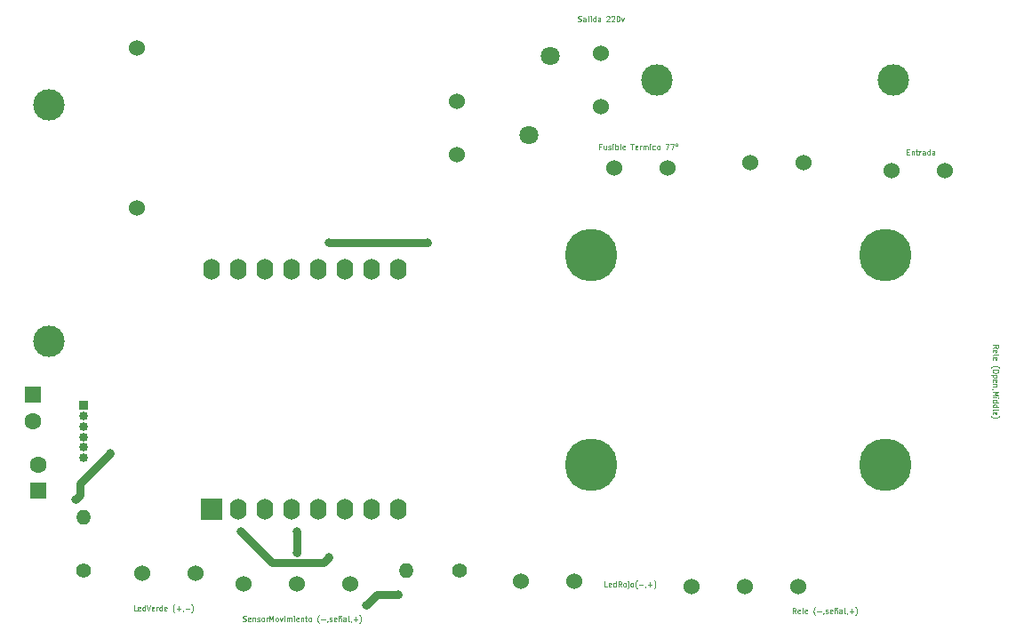
<source format=gbr>
G04 #@! TF.GenerationSoftware,KiCad,Pcbnew,5.1.5+dfsg1-2build2*
G04 #@! TF.CreationDate,2020-05-08T19:42:09+02:00*
G04 #@! TF.ProjectId,sm,736d2e6b-6963-4616-945f-706362585858,rev?*
G04 #@! TF.SameCoordinates,Original*
G04 #@! TF.FileFunction,Copper,L1,Top*
G04 #@! TF.FilePolarity,Positive*
%FSLAX46Y46*%
G04 Gerber Fmt 4.6, Leading zero omitted, Abs format (unit mm)*
G04 Created by KiCad (PCBNEW 5.1.5+dfsg1-2build2) date 2020-05-08 19:42:09*
%MOMM*%
%LPD*%
G04 APERTURE LIST*
%ADD10C,0.125000*%
%ADD11C,5.000000*%
%ADD12O,0.850000X0.850000*%
%ADD13R,0.850000X0.850000*%
%ADD14C,1.524000*%
%ADD15O,1.600000X2.000000*%
%ADD16R,2.000000X2.000000*%
%ADD17C,1.800000*%
%ADD18O,1.400000X1.400000*%
%ADD19C,1.400000*%
%ADD20C,3.000000*%
%ADD21C,1.600000*%
%ADD22R,1.600000X1.600000*%
%ADD23C,0.800000*%
%ADD24C,0.750000*%
G04 APERTURE END LIST*
D10*
X185960190Y-74640285D02*
X185793523Y-74640285D01*
X185793523Y-74902190D02*
X185793523Y-74402190D01*
X186031619Y-74402190D01*
X186436380Y-74568857D02*
X186436380Y-74902190D01*
X186222095Y-74568857D02*
X186222095Y-74830761D01*
X186245904Y-74878380D01*
X186293523Y-74902190D01*
X186364952Y-74902190D01*
X186412571Y-74878380D01*
X186436380Y-74854571D01*
X186650666Y-74878380D02*
X186698285Y-74902190D01*
X186793523Y-74902190D01*
X186841142Y-74878380D01*
X186864952Y-74830761D01*
X186864952Y-74806952D01*
X186841142Y-74759333D01*
X186793523Y-74735523D01*
X186722095Y-74735523D01*
X186674476Y-74711714D01*
X186650666Y-74664095D01*
X186650666Y-74640285D01*
X186674476Y-74592666D01*
X186722095Y-74568857D01*
X186793523Y-74568857D01*
X186841142Y-74592666D01*
X187079238Y-74902190D02*
X187079238Y-74568857D01*
X187079238Y-74402190D02*
X187055428Y-74426000D01*
X187079238Y-74449809D01*
X187103047Y-74426000D01*
X187079238Y-74402190D01*
X187079238Y-74449809D01*
X187317333Y-74902190D02*
X187317333Y-74402190D01*
X187317333Y-74592666D02*
X187364952Y-74568857D01*
X187460190Y-74568857D01*
X187507809Y-74592666D01*
X187531619Y-74616476D01*
X187555428Y-74664095D01*
X187555428Y-74806952D01*
X187531619Y-74854571D01*
X187507809Y-74878380D01*
X187460190Y-74902190D01*
X187364952Y-74902190D01*
X187317333Y-74878380D01*
X187841142Y-74902190D02*
X187793523Y-74878380D01*
X187769714Y-74830761D01*
X187769714Y-74402190D01*
X188222095Y-74878380D02*
X188174476Y-74902190D01*
X188079238Y-74902190D01*
X188031619Y-74878380D01*
X188007809Y-74830761D01*
X188007809Y-74640285D01*
X188031619Y-74592666D01*
X188079238Y-74568857D01*
X188174476Y-74568857D01*
X188222095Y-74592666D01*
X188245904Y-74640285D01*
X188245904Y-74687904D01*
X188007809Y-74735523D01*
X188769714Y-74402190D02*
X189055428Y-74402190D01*
X188912571Y-74902190D02*
X188912571Y-74402190D01*
X189412571Y-74878380D02*
X189364952Y-74902190D01*
X189269714Y-74902190D01*
X189222095Y-74878380D01*
X189198285Y-74830761D01*
X189198285Y-74640285D01*
X189222095Y-74592666D01*
X189269714Y-74568857D01*
X189364952Y-74568857D01*
X189412571Y-74592666D01*
X189436380Y-74640285D01*
X189436380Y-74687904D01*
X189198285Y-74735523D01*
X189650666Y-74902190D02*
X189650666Y-74568857D01*
X189650666Y-74664095D02*
X189674476Y-74616476D01*
X189698285Y-74592666D01*
X189745904Y-74568857D01*
X189793523Y-74568857D01*
X189960190Y-74902190D02*
X189960190Y-74568857D01*
X189960190Y-74616476D02*
X189984000Y-74592666D01*
X190031619Y-74568857D01*
X190103047Y-74568857D01*
X190150666Y-74592666D01*
X190174476Y-74640285D01*
X190174476Y-74902190D01*
X190174476Y-74640285D02*
X190198285Y-74592666D01*
X190245904Y-74568857D01*
X190317333Y-74568857D01*
X190364952Y-74592666D01*
X190388761Y-74640285D01*
X190388761Y-74902190D01*
X190626857Y-74902190D02*
X190626857Y-74568857D01*
X190626857Y-74402190D02*
X190603047Y-74426000D01*
X190626857Y-74449809D01*
X190650666Y-74426000D01*
X190626857Y-74402190D01*
X190626857Y-74449809D01*
X191079238Y-74878380D02*
X191031619Y-74902190D01*
X190936380Y-74902190D01*
X190888761Y-74878380D01*
X190864952Y-74854571D01*
X190841142Y-74806952D01*
X190841142Y-74664095D01*
X190864952Y-74616476D01*
X190888761Y-74592666D01*
X190936380Y-74568857D01*
X191031619Y-74568857D01*
X191079238Y-74592666D01*
X191364952Y-74902190D02*
X191317333Y-74878380D01*
X191293523Y-74854571D01*
X191269714Y-74806952D01*
X191269714Y-74664095D01*
X191293523Y-74616476D01*
X191317333Y-74592666D01*
X191364952Y-74568857D01*
X191436380Y-74568857D01*
X191484000Y-74592666D01*
X191507809Y-74616476D01*
X191531619Y-74664095D01*
X191531619Y-74806952D01*
X191507809Y-74854571D01*
X191484000Y-74878380D01*
X191436380Y-74902190D01*
X191364952Y-74902190D01*
X192079238Y-74402190D02*
X192412571Y-74402190D01*
X192198285Y-74902190D01*
X192555428Y-74402190D02*
X192888761Y-74402190D01*
X192674476Y-74902190D01*
X193103047Y-74592666D02*
X193055428Y-74568857D01*
X193031619Y-74521238D01*
X193031619Y-74426000D01*
X193055428Y-74378380D01*
X193103047Y-74354571D01*
X193150666Y-74354571D01*
X193198285Y-74378380D01*
X193222095Y-74426000D01*
X193222095Y-74521238D01*
X193198285Y-74568857D01*
X193150666Y-74592666D01*
X193103047Y-74592666D01*
X204478285Y-119098190D02*
X204311619Y-118860095D01*
X204192571Y-119098190D02*
X204192571Y-118598190D01*
X204383047Y-118598190D01*
X204430666Y-118622000D01*
X204454476Y-118645809D01*
X204478285Y-118693428D01*
X204478285Y-118764857D01*
X204454476Y-118812476D01*
X204430666Y-118836285D01*
X204383047Y-118860095D01*
X204192571Y-118860095D01*
X204883047Y-119074380D02*
X204835428Y-119098190D01*
X204740190Y-119098190D01*
X204692571Y-119074380D01*
X204668761Y-119026761D01*
X204668761Y-118836285D01*
X204692571Y-118788666D01*
X204740190Y-118764857D01*
X204835428Y-118764857D01*
X204883047Y-118788666D01*
X204906857Y-118836285D01*
X204906857Y-118883904D01*
X204668761Y-118931523D01*
X205192571Y-119098190D02*
X205144952Y-119074380D01*
X205121142Y-119026761D01*
X205121142Y-118598190D01*
X205573523Y-119074380D02*
X205525904Y-119098190D01*
X205430666Y-119098190D01*
X205383047Y-119074380D01*
X205359238Y-119026761D01*
X205359238Y-118836285D01*
X205383047Y-118788666D01*
X205430666Y-118764857D01*
X205525904Y-118764857D01*
X205573523Y-118788666D01*
X205597333Y-118836285D01*
X205597333Y-118883904D01*
X205359238Y-118931523D01*
X206335428Y-119288666D02*
X206311619Y-119264857D01*
X206264000Y-119193428D01*
X206240190Y-119145809D01*
X206216380Y-119074380D01*
X206192571Y-118955333D01*
X206192571Y-118860095D01*
X206216380Y-118741047D01*
X206240190Y-118669619D01*
X206264000Y-118622000D01*
X206311619Y-118550571D01*
X206335428Y-118526761D01*
X206525904Y-118907714D02*
X206906857Y-118907714D01*
X207168761Y-119074380D02*
X207168761Y-119098190D01*
X207144952Y-119145809D01*
X207121142Y-119169619D01*
X207359238Y-119074380D02*
X207406857Y-119098190D01*
X207502095Y-119098190D01*
X207549714Y-119074380D01*
X207573523Y-119026761D01*
X207573523Y-119002952D01*
X207549714Y-118955333D01*
X207502095Y-118931523D01*
X207430666Y-118931523D01*
X207383047Y-118907714D01*
X207359238Y-118860095D01*
X207359238Y-118836285D01*
X207383047Y-118788666D01*
X207430666Y-118764857D01*
X207502095Y-118764857D01*
X207549714Y-118788666D01*
X207978285Y-119074380D02*
X207930666Y-119098190D01*
X207835428Y-119098190D01*
X207787809Y-119074380D01*
X207764000Y-119026761D01*
X207764000Y-118836285D01*
X207787809Y-118788666D01*
X207835428Y-118764857D01*
X207930666Y-118764857D01*
X207978285Y-118788666D01*
X208002095Y-118836285D01*
X208002095Y-118883904D01*
X207764000Y-118931523D01*
X208216380Y-118764857D02*
X208216380Y-119098190D01*
X208216380Y-118812476D02*
X208240190Y-118788666D01*
X208287809Y-118764857D01*
X208359238Y-118764857D01*
X208406857Y-118788666D01*
X208430666Y-118836285D01*
X208430666Y-119098190D01*
X208192571Y-118645809D02*
X208216380Y-118622000D01*
X208264000Y-118598190D01*
X208359238Y-118645809D01*
X208406857Y-118622000D01*
X208430666Y-118598190D01*
X208883047Y-119098190D02*
X208883047Y-118836285D01*
X208859238Y-118788666D01*
X208811619Y-118764857D01*
X208716380Y-118764857D01*
X208668761Y-118788666D01*
X208883047Y-119074380D02*
X208835428Y-119098190D01*
X208716380Y-119098190D01*
X208668761Y-119074380D01*
X208644952Y-119026761D01*
X208644952Y-118979142D01*
X208668761Y-118931523D01*
X208716380Y-118907714D01*
X208835428Y-118907714D01*
X208883047Y-118883904D01*
X209192571Y-119098190D02*
X209144952Y-119074380D01*
X209121142Y-119026761D01*
X209121142Y-118598190D01*
X209406857Y-119074380D02*
X209406857Y-119098190D01*
X209383047Y-119145809D01*
X209359238Y-119169619D01*
X209621142Y-118907714D02*
X210002095Y-118907714D01*
X209811619Y-119098190D02*
X209811619Y-118717238D01*
X210192571Y-119288666D02*
X210216380Y-119264857D01*
X210264000Y-119193428D01*
X210287809Y-119145809D01*
X210311619Y-119074380D01*
X210335428Y-118955333D01*
X210335428Y-118860095D01*
X210311619Y-118741047D01*
X210287809Y-118669619D01*
X210264000Y-118622000D01*
X210216380Y-118550571D01*
X210192571Y-118526761D01*
X215098476Y-75148285D02*
X215265142Y-75148285D01*
X215336571Y-75410190D02*
X215098476Y-75410190D01*
X215098476Y-74910190D01*
X215336571Y-74910190D01*
X215550857Y-75076857D02*
X215550857Y-75410190D01*
X215550857Y-75124476D02*
X215574666Y-75100666D01*
X215622285Y-75076857D01*
X215693714Y-75076857D01*
X215741333Y-75100666D01*
X215765142Y-75148285D01*
X215765142Y-75410190D01*
X215931809Y-75076857D02*
X216122285Y-75076857D01*
X216003238Y-74910190D02*
X216003238Y-75338761D01*
X216027047Y-75386380D01*
X216074666Y-75410190D01*
X216122285Y-75410190D01*
X216288952Y-75410190D02*
X216288952Y-75076857D01*
X216288952Y-75172095D02*
X216312761Y-75124476D01*
X216336571Y-75100666D01*
X216384190Y-75076857D01*
X216431809Y-75076857D01*
X216812761Y-75410190D02*
X216812761Y-75148285D01*
X216788952Y-75100666D01*
X216741333Y-75076857D01*
X216646095Y-75076857D01*
X216598476Y-75100666D01*
X216812761Y-75386380D02*
X216765142Y-75410190D01*
X216646095Y-75410190D01*
X216598476Y-75386380D01*
X216574666Y-75338761D01*
X216574666Y-75291142D01*
X216598476Y-75243523D01*
X216646095Y-75219714D01*
X216765142Y-75219714D01*
X216812761Y-75195904D01*
X217265142Y-75410190D02*
X217265142Y-74910190D01*
X217265142Y-75386380D02*
X217217523Y-75410190D01*
X217122285Y-75410190D01*
X217074666Y-75386380D01*
X217050857Y-75362571D01*
X217027047Y-75314952D01*
X217027047Y-75172095D01*
X217050857Y-75124476D01*
X217074666Y-75100666D01*
X217122285Y-75076857D01*
X217217523Y-75076857D01*
X217265142Y-75100666D01*
X217717523Y-75410190D02*
X217717523Y-75148285D01*
X217693714Y-75100666D01*
X217646095Y-75076857D01*
X217550857Y-75076857D01*
X217503238Y-75100666D01*
X217717523Y-75386380D02*
X217669904Y-75410190D01*
X217550857Y-75410190D01*
X217503238Y-75386380D01*
X217479428Y-75338761D01*
X217479428Y-75291142D01*
X217503238Y-75243523D01*
X217550857Y-75219714D01*
X217669904Y-75219714D01*
X217717523Y-75195904D01*
X223293809Y-93849428D02*
X223531904Y-93682761D01*
X223293809Y-93563714D02*
X223793809Y-93563714D01*
X223793809Y-93754190D01*
X223770000Y-93801809D01*
X223746190Y-93825619D01*
X223698571Y-93849428D01*
X223627142Y-93849428D01*
X223579523Y-93825619D01*
X223555714Y-93801809D01*
X223531904Y-93754190D01*
X223531904Y-93563714D01*
X223317619Y-94254190D02*
X223293809Y-94206571D01*
X223293809Y-94111333D01*
X223317619Y-94063714D01*
X223365238Y-94039904D01*
X223555714Y-94039904D01*
X223603333Y-94063714D01*
X223627142Y-94111333D01*
X223627142Y-94206571D01*
X223603333Y-94254190D01*
X223555714Y-94278000D01*
X223508095Y-94278000D01*
X223460476Y-94039904D01*
X223293809Y-94563714D02*
X223317619Y-94516095D01*
X223365238Y-94492285D01*
X223793809Y-94492285D01*
X223317619Y-94944666D02*
X223293809Y-94897047D01*
X223293809Y-94801809D01*
X223317619Y-94754190D01*
X223365238Y-94730380D01*
X223555714Y-94730380D01*
X223603333Y-94754190D01*
X223627142Y-94801809D01*
X223627142Y-94897047D01*
X223603333Y-94944666D01*
X223555714Y-94968476D01*
X223508095Y-94968476D01*
X223460476Y-94730380D01*
X223103333Y-95706571D02*
X223127142Y-95682761D01*
X223198571Y-95635142D01*
X223246190Y-95611333D01*
X223317619Y-95587523D01*
X223436666Y-95563714D01*
X223531904Y-95563714D01*
X223650952Y-95587523D01*
X223722380Y-95611333D01*
X223770000Y-95635142D01*
X223841428Y-95682761D01*
X223865238Y-95706571D01*
X223793809Y-95992285D02*
X223793809Y-96087523D01*
X223770000Y-96135142D01*
X223722380Y-96182761D01*
X223627142Y-96206571D01*
X223460476Y-96206571D01*
X223365238Y-96182761D01*
X223317619Y-96135142D01*
X223293809Y-96087523D01*
X223293809Y-95992285D01*
X223317619Y-95944666D01*
X223365238Y-95897047D01*
X223460476Y-95873238D01*
X223627142Y-95873238D01*
X223722380Y-95897047D01*
X223770000Y-95944666D01*
X223793809Y-95992285D01*
X223627142Y-96420857D02*
X223127142Y-96420857D01*
X223603333Y-96420857D02*
X223627142Y-96468476D01*
X223627142Y-96563714D01*
X223603333Y-96611333D01*
X223579523Y-96635142D01*
X223531904Y-96658952D01*
X223389047Y-96658952D01*
X223341428Y-96635142D01*
X223317619Y-96611333D01*
X223293809Y-96563714D01*
X223293809Y-96468476D01*
X223317619Y-96420857D01*
X223317619Y-97063714D02*
X223293809Y-97016095D01*
X223293809Y-96920857D01*
X223317619Y-96873238D01*
X223365238Y-96849428D01*
X223555714Y-96849428D01*
X223603333Y-96873238D01*
X223627142Y-96920857D01*
X223627142Y-97016095D01*
X223603333Y-97063714D01*
X223555714Y-97087523D01*
X223508095Y-97087523D01*
X223460476Y-96849428D01*
X223627142Y-97301809D02*
X223293809Y-97301809D01*
X223579523Y-97301809D02*
X223603333Y-97325619D01*
X223627142Y-97373238D01*
X223627142Y-97444666D01*
X223603333Y-97492285D01*
X223555714Y-97516095D01*
X223293809Y-97516095D01*
X223317619Y-97778000D02*
X223293809Y-97778000D01*
X223246190Y-97754190D01*
X223222380Y-97730380D01*
X223293809Y-97992285D02*
X223793809Y-97992285D01*
X223436666Y-98158952D01*
X223793809Y-98325619D01*
X223293809Y-98325619D01*
X223293809Y-98563714D02*
X223627142Y-98563714D01*
X223793809Y-98563714D02*
X223770000Y-98539904D01*
X223746190Y-98563714D01*
X223770000Y-98587523D01*
X223793809Y-98563714D01*
X223746190Y-98563714D01*
X223293809Y-99016095D02*
X223793809Y-99016095D01*
X223317619Y-99016095D02*
X223293809Y-98968476D01*
X223293809Y-98873238D01*
X223317619Y-98825619D01*
X223341428Y-98801809D01*
X223389047Y-98778000D01*
X223531904Y-98778000D01*
X223579523Y-98801809D01*
X223603333Y-98825619D01*
X223627142Y-98873238D01*
X223627142Y-98968476D01*
X223603333Y-99016095D01*
X223293809Y-99468476D02*
X223793809Y-99468476D01*
X223317619Y-99468476D02*
X223293809Y-99420857D01*
X223293809Y-99325619D01*
X223317619Y-99278000D01*
X223341428Y-99254190D01*
X223389047Y-99230380D01*
X223531904Y-99230380D01*
X223579523Y-99254190D01*
X223603333Y-99278000D01*
X223627142Y-99325619D01*
X223627142Y-99420857D01*
X223603333Y-99468476D01*
X223293809Y-99778000D02*
X223317619Y-99730380D01*
X223365238Y-99706571D01*
X223793809Y-99706571D01*
X223317619Y-100158952D02*
X223293809Y-100111333D01*
X223293809Y-100016095D01*
X223317619Y-99968476D01*
X223365238Y-99944666D01*
X223555714Y-99944666D01*
X223603333Y-99968476D01*
X223627142Y-100016095D01*
X223627142Y-100111333D01*
X223603333Y-100158952D01*
X223555714Y-100182761D01*
X223508095Y-100182761D01*
X223460476Y-99944666D01*
X223103333Y-100349428D02*
X223127142Y-100373238D01*
X223198571Y-100420857D01*
X223246190Y-100444666D01*
X223317619Y-100468476D01*
X223436666Y-100492285D01*
X223531904Y-100492285D01*
X223650952Y-100468476D01*
X223722380Y-100444666D01*
X223770000Y-100420857D01*
X223841428Y-100373238D01*
X223865238Y-100349428D01*
X183761333Y-62686380D02*
X183832761Y-62710190D01*
X183951809Y-62710190D01*
X183999428Y-62686380D01*
X184023238Y-62662571D01*
X184047047Y-62614952D01*
X184047047Y-62567333D01*
X184023238Y-62519714D01*
X183999428Y-62495904D01*
X183951809Y-62472095D01*
X183856571Y-62448285D01*
X183808952Y-62424476D01*
X183785142Y-62400666D01*
X183761333Y-62353047D01*
X183761333Y-62305428D01*
X183785142Y-62257809D01*
X183808952Y-62234000D01*
X183856571Y-62210190D01*
X183975619Y-62210190D01*
X184047047Y-62234000D01*
X184475619Y-62710190D02*
X184475619Y-62448285D01*
X184451809Y-62400666D01*
X184404190Y-62376857D01*
X184308952Y-62376857D01*
X184261333Y-62400666D01*
X184475619Y-62686380D02*
X184428000Y-62710190D01*
X184308952Y-62710190D01*
X184261333Y-62686380D01*
X184237523Y-62638761D01*
X184237523Y-62591142D01*
X184261333Y-62543523D01*
X184308952Y-62519714D01*
X184428000Y-62519714D01*
X184475619Y-62495904D01*
X184785142Y-62710190D02*
X184737523Y-62686380D01*
X184713714Y-62638761D01*
X184713714Y-62210190D01*
X184975619Y-62710190D02*
X184975619Y-62376857D01*
X184975619Y-62210190D02*
X184951809Y-62234000D01*
X184975619Y-62257809D01*
X184999428Y-62234000D01*
X184975619Y-62210190D01*
X184975619Y-62257809D01*
X185428000Y-62710190D02*
X185428000Y-62210190D01*
X185428000Y-62686380D02*
X185380380Y-62710190D01*
X185285142Y-62710190D01*
X185237523Y-62686380D01*
X185213714Y-62662571D01*
X185189904Y-62614952D01*
X185189904Y-62472095D01*
X185213714Y-62424476D01*
X185237523Y-62400666D01*
X185285142Y-62376857D01*
X185380380Y-62376857D01*
X185428000Y-62400666D01*
X185880380Y-62710190D02*
X185880380Y-62448285D01*
X185856571Y-62400666D01*
X185808952Y-62376857D01*
X185713714Y-62376857D01*
X185666095Y-62400666D01*
X185880380Y-62686380D02*
X185832761Y-62710190D01*
X185713714Y-62710190D01*
X185666095Y-62686380D01*
X185642285Y-62638761D01*
X185642285Y-62591142D01*
X185666095Y-62543523D01*
X185713714Y-62519714D01*
X185832761Y-62519714D01*
X185880380Y-62495904D01*
X186475619Y-62257809D02*
X186499428Y-62234000D01*
X186547047Y-62210190D01*
X186666095Y-62210190D01*
X186713714Y-62234000D01*
X186737523Y-62257809D01*
X186761333Y-62305428D01*
X186761333Y-62353047D01*
X186737523Y-62424476D01*
X186451809Y-62710190D01*
X186761333Y-62710190D01*
X186951809Y-62257809D02*
X186975619Y-62234000D01*
X187023238Y-62210190D01*
X187142285Y-62210190D01*
X187189904Y-62234000D01*
X187213714Y-62257809D01*
X187237523Y-62305428D01*
X187237523Y-62353047D01*
X187213714Y-62424476D01*
X186928000Y-62710190D01*
X187237523Y-62710190D01*
X187547047Y-62210190D02*
X187594666Y-62210190D01*
X187642285Y-62234000D01*
X187666095Y-62257809D01*
X187689904Y-62305428D01*
X187713714Y-62400666D01*
X187713714Y-62519714D01*
X187689904Y-62614952D01*
X187666095Y-62662571D01*
X187642285Y-62686380D01*
X187594666Y-62710190D01*
X187547047Y-62710190D01*
X187499428Y-62686380D01*
X187475619Y-62662571D01*
X187451809Y-62614952D01*
X187428000Y-62519714D01*
X187428000Y-62400666D01*
X187451809Y-62305428D01*
X187475619Y-62257809D01*
X187499428Y-62234000D01*
X187547047Y-62210190D01*
X187880380Y-62376857D02*
X187999428Y-62710190D01*
X188118476Y-62376857D01*
X186543428Y-116558190D02*
X186305333Y-116558190D01*
X186305333Y-116058190D01*
X186900571Y-116534380D02*
X186852952Y-116558190D01*
X186757714Y-116558190D01*
X186710095Y-116534380D01*
X186686285Y-116486761D01*
X186686285Y-116296285D01*
X186710095Y-116248666D01*
X186757714Y-116224857D01*
X186852952Y-116224857D01*
X186900571Y-116248666D01*
X186924380Y-116296285D01*
X186924380Y-116343904D01*
X186686285Y-116391523D01*
X187352952Y-116558190D02*
X187352952Y-116058190D01*
X187352952Y-116534380D02*
X187305333Y-116558190D01*
X187210095Y-116558190D01*
X187162476Y-116534380D01*
X187138666Y-116510571D01*
X187114857Y-116462952D01*
X187114857Y-116320095D01*
X187138666Y-116272476D01*
X187162476Y-116248666D01*
X187210095Y-116224857D01*
X187305333Y-116224857D01*
X187352952Y-116248666D01*
X187876761Y-116558190D02*
X187710095Y-116320095D01*
X187591047Y-116558190D02*
X187591047Y-116058190D01*
X187781523Y-116058190D01*
X187829142Y-116082000D01*
X187852952Y-116105809D01*
X187876761Y-116153428D01*
X187876761Y-116224857D01*
X187852952Y-116272476D01*
X187829142Y-116296285D01*
X187781523Y-116320095D01*
X187591047Y-116320095D01*
X188162476Y-116558190D02*
X188114857Y-116534380D01*
X188091047Y-116510571D01*
X188067238Y-116462952D01*
X188067238Y-116320095D01*
X188091047Y-116272476D01*
X188114857Y-116248666D01*
X188162476Y-116224857D01*
X188233904Y-116224857D01*
X188281523Y-116248666D01*
X188305333Y-116272476D01*
X188329142Y-116320095D01*
X188329142Y-116462952D01*
X188305333Y-116510571D01*
X188281523Y-116534380D01*
X188233904Y-116558190D01*
X188162476Y-116558190D01*
X188543428Y-116224857D02*
X188543428Y-116653428D01*
X188519619Y-116701047D01*
X188472000Y-116724857D01*
X188448190Y-116724857D01*
X188543428Y-116058190D02*
X188519619Y-116082000D01*
X188543428Y-116105809D01*
X188567238Y-116082000D01*
X188543428Y-116058190D01*
X188543428Y-116105809D01*
X188852952Y-116558190D02*
X188805333Y-116534380D01*
X188781523Y-116510571D01*
X188757714Y-116462952D01*
X188757714Y-116320095D01*
X188781523Y-116272476D01*
X188805333Y-116248666D01*
X188852952Y-116224857D01*
X188924380Y-116224857D01*
X188972000Y-116248666D01*
X188995809Y-116272476D01*
X189019619Y-116320095D01*
X189019619Y-116462952D01*
X188995809Y-116510571D01*
X188972000Y-116534380D01*
X188924380Y-116558190D01*
X188852952Y-116558190D01*
X189376761Y-116748666D02*
X189352952Y-116724857D01*
X189305333Y-116653428D01*
X189281523Y-116605809D01*
X189257714Y-116534380D01*
X189233904Y-116415333D01*
X189233904Y-116320095D01*
X189257714Y-116201047D01*
X189281523Y-116129619D01*
X189305333Y-116082000D01*
X189352952Y-116010571D01*
X189376761Y-115986761D01*
X189567238Y-116367714D02*
X189948190Y-116367714D01*
X190210095Y-116534380D02*
X190210095Y-116558190D01*
X190186285Y-116605809D01*
X190162476Y-116629619D01*
X190424380Y-116367714D02*
X190805333Y-116367714D01*
X190614857Y-116558190D02*
X190614857Y-116177238D01*
X190995809Y-116748666D02*
X191019619Y-116724857D01*
X191067238Y-116653428D01*
X191091047Y-116605809D01*
X191114857Y-116534380D01*
X191138666Y-116415333D01*
X191138666Y-116320095D01*
X191114857Y-116201047D01*
X191091047Y-116129619D01*
X191067238Y-116082000D01*
X191019619Y-116010571D01*
X190995809Y-115986761D01*
X141700571Y-118844190D02*
X141462476Y-118844190D01*
X141462476Y-118344190D01*
X142057714Y-118820380D02*
X142010095Y-118844190D01*
X141914857Y-118844190D01*
X141867238Y-118820380D01*
X141843428Y-118772761D01*
X141843428Y-118582285D01*
X141867238Y-118534666D01*
X141914857Y-118510857D01*
X142010095Y-118510857D01*
X142057714Y-118534666D01*
X142081523Y-118582285D01*
X142081523Y-118629904D01*
X141843428Y-118677523D01*
X142510095Y-118844190D02*
X142510095Y-118344190D01*
X142510095Y-118820380D02*
X142462476Y-118844190D01*
X142367238Y-118844190D01*
X142319619Y-118820380D01*
X142295809Y-118796571D01*
X142272000Y-118748952D01*
X142272000Y-118606095D01*
X142295809Y-118558476D01*
X142319619Y-118534666D01*
X142367238Y-118510857D01*
X142462476Y-118510857D01*
X142510095Y-118534666D01*
X142676761Y-118344190D02*
X142843428Y-118844190D01*
X143010095Y-118344190D01*
X143367238Y-118820380D02*
X143319619Y-118844190D01*
X143224380Y-118844190D01*
X143176761Y-118820380D01*
X143152952Y-118772761D01*
X143152952Y-118582285D01*
X143176761Y-118534666D01*
X143224380Y-118510857D01*
X143319619Y-118510857D01*
X143367238Y-118534666D01*
X143391047Y-118582285D01*
X143391047Y-118629904D01*
X143152952Y-118677523D01*
X143605333Y-118844190D02*
X143605333Y-118510857D01*
X143605333Y-118606095D02*
X143629142Y-118558476D01*
X143652952Y-118534666D01*
X143700571Y-118510857D01*
X143748190Y-118510857D01*
X144129142Y-118844190D02*
X144129142Y-118344190D01*
X144129142Y-118820380D02*
X144081523Y-118844190D01*
X143986285Y-118844190D01*
X143938666Y-118820380D01*
X143914857Y-118796571D01*
X143891047Y-118748952D01*
X143891047Y-118606095D01*
X143914857Y-118558476D01*
X143938666Y-118534666D01*
X143986285Y-118510857D01*
X144081523Y-118510857D01*
X144129142Y-118534666D01*
X144557714Y-118820380D02*
X144510095Y-118844190D01*
X144414857Y-118844190D01*
X144367238Y-118820380D01*
X144343428Y-118772761D01*
X144343428Y-118582285D01*
X144367238Y-118534666D01*
X144414857Y-118510857D01*
X144510095Y-118510857D01*
X144557714Y-118534666D01*
X144581523Y-118582285D01*
X144581523Y-118629904D01*
X144343428Y-118677523D01*
X145319619Y-119034666D02*
X145295809Y-119010857D01*
X145248190Y-118939428D01*
X145224380Y-118891809D01*
X145200571Y-118820380D01*
X145176761Y-118701333D01*
X145176761Y-118606095D01*
X145200571Y-118487047D01*
X145224380Y-118415619D01*
X145248190Y-118368000D01*
X145295809Y-118296571D01*
X145319619Y-118272761D01*
X145510095Y-118653714D02*
X145891047Y-118653714D01*
X145700571Y-118844190D02*
X145700571Y-118463238D01*
X146152952Y-118820380D02*
X146152952Y-118844190D01*
X146129142Y-118891809D01*
X146105333Y-118915619D01*
X146367238Y-118653714D02*
X146748190Y-118653714D01*
X146938666Y-119034666D02*
X146962476Y-119010857D01*
X147010095Y-118939428D01*
X147033904Y-118891809D01*
X147057714Y-118820380D01*
X147081523Y-118701333D01*
X147081523Y-118606095D01*
X147057714Y-118487047D01*
X147033904Y-118415619D01*
X147010095Y-118368000D01*
X146962476Y-118296571D01*
X146938666Y-118272761D01*
X151849047Y-119836380D02*
X151920476Y-119860190D01*
X152039523Y-119860190D01*
X152087142Y-119836380D01*
X152110952Y-119812571D01*
X152134761Y-119764952D01*
X152134761Y-119717333D01*
X152110952Y-119669714D01*
X152087142Y-119645904D01*
X152039523Y-119622095D01*
X151944285Y-119598285D01*
X151896666Y-119574476D01*
X151872857Y-119550666D01*
X151849047Y-119503047D01*
X151849047Y-119455428D01*
X151872857Y-119407809D01*
X151896666Y-119384000D01*
X151944285Y-119360190D01*
X152063333Y-119360190D01*
X152134761Y-119384000D01*
X152539523Y-119836380D02*
X152491904Y-119860190D01*
X152396666Y-119860190D01*
X152349047Y-119836380D01*
X152325238Y-119788761D01*
X152325238Y-119598285D01*
X152349047Y-119550666D01*
X152396666Y-119526857D01*
X152491904Y-119526857D01*
X152539523Y-119550666D01*
X152563333Y-119598285D01*
X152563333Y-119645904D01*
X152325238Y-119693523D01*
X152777619Y-119526857D02*
X152777619Y-119860190D01*
X152777619Y-119574476D02*
X152801428Y-119550666D01*
X152849047Y-119526857D01*
X152920476Y-119526857D01*
X152968095Y-119550666D01*
X152991904Y-119598285D01*
X152991904Y-119860190D01*
X153206190Y-119836380D02*
X153253809Y-119860190D01*
X153349047Y-119860190D01*
X153396666Y-119836380D01*
X153420476Y-119788761D01*
X153420476Y-119764952D01*
X153396666Y-119717333D01*
X153349047Y-119693523D01*
X153277619Y-119693523D01*
X153230000Y-119669714D01*
X153206190Y-119622095D01*
X153206190Y-119598285D01*
X153230000Y-119550666D01*
X153277619Y-119526857D01*
X153349047Y-119526857D01*
X153396666Y-119550666D01*
X153706190Y-119860190D02*
X153658571Y-119836380D01*
X153634761Y-119812571D01*
X153610952Y-119764952D01*
X153610952Y-119622095D01*
X153634761Y-119574476D01*
X153658571Y-119550666D01*
X153706190Y-119526857D01*
X153777619Y-119526857D01*
X153825238Y-119550666D01*
X153849047Y-119574476D01*
X153872857Y-119622095D01*
X153872857Y-119764952D01*
X153849047Y-119812571D01*
X153825238Y-119836380D01*
X153777619Y-119860190D01*
X153706190Y-119860190D01*
X154087142Y-119860190D02*
X154087142Y-119526857D01*
X154087142Y-119622095D02*
X154110952Y-119574476D01*
X154134761Y-119550666D01*
X154182380Y-119526857D01*
X154230000Y-119526857D01*
X154396666Y-119860190D02*
X154396666Y-119360190D01*
X154563333Y-119717333D01*
X154730000Y-119360190D01*
X154730000Y-119860190D01*
X155039523Y-119860190D02*
X154991904Y-119836380D01*
X154968095Y-119812571D01*
X154944285Y-119764952D01*
X154944285Y-119622095D01*
X154968095Y-119574476D01*
X154991904Y-119550666D01*
X155039523Y-119526857D01*
X155110952Y-119526857D01*
X155158571Y-119550666D01*
X155182380Y-119574476D01*
X155206190Y-119622095D01*
X155206190Y-119764952D01*
X155182380Y-119812571D01*
X155158571Y-119836380D01*
X155110952Y-119860190D01*
X155039523Y-119860190D01*
X155372857Y-119526857D02*
X155491904Y-119860190D01*
X155610952Y-119526857D01*
X155801428Y-119860190D02*
X155801428Y-119526857D01*
X155801428Y-119360190D02*
X155777619Y-119384000D01*
X155801428Y-119407809D01*
X155825238Y-119384000D01*
X155801428Y-119360190D01*
X155801428Y-119407809D01*
X156039523Y-119860190D02*
X156039523Y-119526857D01*
X156039523Y-119574476D02*
X156063333Y-119550666D01*
X156110952Y-119526857D01*
X156182380Y-119526857D01*
X156230000Y-119550666D01*
X156253809Y-119598285D01*
X156253809Y-119860190D01*
X156253809Y-119598285D02*
X156277619Y-119550666D01*
X156325238Y-119526857D01*
X156396666Y-119526857D01*
X156444285Y-119550666D01*
X156468095Y-119598285D01*
X156468095Y-119860190D01*
X156706190Y-119860190D02*
X156706190Y-119526857D01*
X156706190Y-119360190D02*
X156682380Y-119384000D01*
X156706190Y-119407809D01*
X156730000Y-119384000D01*
X156706190Y-119360190D01*
X156706190Y-119407809D01*
X157134761Y-119836380D02*
X157087142Y-119860190D01*
X156991904Y-119860190D01*
X156944285Y-119836380D01*
X156920476Y-119788761D01*
X156920476Y-119598285D01*
X156944285Y-119550666D01*
X156991904Y-119526857D01*
X157087142Y-119526857D01*
X157134761Y-119550666D01*
X157158571Y-119598285D01*
X157158571Y-119645904D01*
X156920476Y-119693523D01*
X157372857Y-119526857D02*
X157372857Y-119860190D01*
X157372857Y-119574476D02*
X157396666Y-119550666D01*
X157444285Y-119526857D01*
X157515714Y-119526857D01*
X157563333Y-119550666D01*
X157587142Y-119598285D01*
X157587142Y-119860190D01*
X157753809Y-119526857D02*
X157944285Y-119526857D01*
X157825238Y-119360190D02*
X157825238Y-119788761D01*
X157849047Y-119836380D01*
X157896666Y-119860190D01*
X157944285Y-119860190D01*
X158182380Y-119860190D02*
X158134761Y-119836380D01*
X158110952Y-119812571D01*
X158087142Y-119764952D01*
X158087142Y-119622095D01*
X158110952Y-119574476D01*
X158134761Y-119550666D01*
X158182380Y-119526857D01*
X158253809Y-119526857D01*
X158301428Y-119550666D01*
X158325238Y-119574476D01*
X158349047Y-119622095D01*
X158349047Y-119764952D01*
X158325238Y-119812571D01*
X158301428Y-119836380D01*
X158253809Y-119860190D01*
X158182380Y-119860190D01*
X159087142Y-120050666D02*
X159063333Y-120026857D01*
X159015714Y-119955428D01*
X158991904Y-119907809D01*
X158968095Y-119836380D01*
X158944285Y-119717333D01*
X158944285Y-119622095D01*
X158968095Y-119503047D01*
X158991904Y-119431619D01*
X159015714Y-119384000D01*
X159063333Y-119312571D01*
X159087142Y-119288761D01*
X159277619Y-119669714D02*
X159658571Y-119669714D01*
X159920476Y-119836380D02*
X159920476Y-119860190D01*
X159896666Y-119907809D01*
X159872857Y-119931619D01*
X160110952Y-119836380D02*
X160158571Y-119860190D01*
X160253809Y-119860190D01*
X160301428Y-119836380D01*
X160325238Y-119788761D01*
X160325238Y-119764952D01*
X160301428Y-119717333D01*
X160253809Y-119693523D01*
X160182380Y-119693523D01*
X160134761Y-119669714D01*
X160110952Y-119622095D01*
X160110952Y-119598285D01*
X160134761Y-119550666D01*
X160182380Y-119526857D01*
X160253809Y-119526857D01*
X160301428Y-119550666D01*
X160730000Y-119836380D02*
X160682380Y-119860190D01*
X160587142Y-119860190D01*
X160539523Y-119836380D01*
X160515714Y-119788761D01*
X160515714Y-119598285D01*
X160539523Y-119550666D01*
X160587142Y-119526857D01*
X160682380Y-119526857D01*
X160730000Y-119550666D01*
X160753809Y-119598285D01*
X160753809Y-119645904D01*
X160515714Y-119693523D01*
X160968095Y-119526857D02*
X160968095Y-119860190D01*
X160968095Y-119574476D02*
X160991904Y-119550666D01*
X161039523Y-119526857D01*
X161110952Y-119526857D01*
X161158571Y-119550666D01*
X161182380Y-119598285D01*
X161182380Y-119860190D01*
X160944285Y-119407809D02*
X160968095Y-119384000D01*
X161015714Y-119360190D01*
X161110952Y-119407809D01*
X161158571Y-119384000D01*
X161182380Y-119360190D01*
X161634761Y-119860190D02*
X161634761Y-119598285D01*
X161610952Y-119550666D01*
X161563333Y-119526857D01*
X161468095Y-119526857D01*
X161420476Y-119550666D01*
X161634761Y-119836380D02*
X161587142Y-119860190D01*
X161468095Y-119860190D01*
X161420476Y-119836380D01*
X161396666Y-119788761D01*
X161396666Y-119741142D01*
X161420476Y-119693523D01*
X161468095Y-119669714D01*
X161587142Y-119669714D01*
X161634761Y-119645904D01*
X161944285Y-119860190D02*
X161896666Y-119836380D01*
X161872857Y-119788761D01*
X161872857Y-119360190D01*
X162158571Y-119836380D02*
X162158571Y-119860190D01*
X162134761Y-119907809D01*
X162110952Y-119931619D01*
X162372857Y-119669714D02*
X162753809Y-119669714D01*
X162563333Y-119860190D02*
X162563333Y-119479238D01*
X162944285Y-120050666D02*
X162968095Y-120026857D01*
X163015714Y-119955428D01*
X163039523Y-119907809D01*
X163063333Y-119836380D01*
X163087142Y-119717333D01*
X163087142Y-119622095D01*
X163063333Y-119503047D01*
X163039523Y-119431619D01*
X163015714Y-119384000D01*
X162968095Y-119312571D01*
X162944285Y-119288761D01*
D11*
X185000000Y-105000000D03*
X213000000Y-105000000D03*
X213000000Y-85000000D03*
X185000000Y-85000000D03*
D12*
X136652000Y-104314000D03*
X136652000Y-103314000D03*
X136652000Y-102314000D03*
X136652000Y-101314000D03*
X136652000Y-100314000D03*
D13*
X136652000Y-99314000D03*
D14*
X172212000Y-70358000D03*
X172212000Y-75438000D03*
X141732000Y-80518000D03*
X141732000Y-65278000D03*
D15*
X148844000Y-86360000D03*
X151384000Y-86360000D03*
X153924000Y-86360000D03*
X156464000Y-86360000D03*
X159004000Y-86360000D03*
X161544000Y-86360000D03*
X164084000Y-86360000D03*
X166624000Y-86360000D03*
X166624000Y-109220000D03*
X164084000Y-109220000D03*
X161544000Y-109220000D03*
X159004000Y-109220000D03*
X156464000Y-109220000D03*
X153924000Y-109220000D03*
D16*
X148844000Y-109220000D03*
D15*
X151384000Y-109220000D03*
D17*
X179102000Y-73540000D03*
X181102000Y-66040000D03*
D18*
X136652000Y-109982000D03*
D19*
X136652000Y-115062000D03*
D18*
X167386000Y-115062000D03*
D19*
X172466000Y-115062000D03*
D14*
X192278000Y-76708000D03*
X187198000Y-76708000D03*
X162052000Y-116332000D03*
X156972000Y-116332000D03*
X151892000Y-116332000D03*
X142240000Y-115316000D03*
X147320000Y-115316000D03*
X178308000Y-116078000D03*
X183388000Y-116078000D03*
X204724000Y-116586000D03*
X199644000Y-116586000D03*
X194564000Y-116586000D03*
X200152000Y-76200000D03*
X205232000Y-76200000D03*
X213614000Y-76962000D03*
X218694000Y-76962000D03*
X185928000Y-70866000D03*
X185928000Y-65786000D03*
D20*
X133350000Y-70718000D03*
X133350000Y-93218000D03*
X213762000Y-68326000D03*
X191262000Y-68326000D03*
D21*
X131826000Y-100798000D03*
D22*
X131826000Y-98298000D03*
D21*
X132334000Y-104942000D03*
D22*
X132334000Y-107442000D03*
D23*
X156972000Y-113325000D03*
X156972000Y-111293000D03*
X166624000Y-117348000D03*
X163576000Y-118364000D03*
X135890000Y-108230051D03*
X139192000Y-103886000D03*
X160020000Y-113792000D03*
X151638000Y-111292990D03*
X169418000Y-83820000D03*
X160020000Y-83820000D03*
D24*
X156972000Y-113325000D02*
X156972000Y-111506000D01*
X156972000Y-111506000D02*
X156972000Y-111293000D01*
X166624000Y-117348000D02*
X164592000Y-117348000D01*
X164592000Y-117348000D02*
X163576000Y-118364000D01*
X136289999Y-107830052D02*
X136289999Y-106788001D01*
X135890000Y-108230051D02*
X136289999Y-107830052D01*
X136289999Y-106788001D02*
X139192000Y-103886000D01*
X154645010Y-114300000D02*
X151638000Y-111292990D01*
X159512000Y-114300000D02*
X154645010Y-114300000D01*
X160020000Y-113792000D02*
X159512000Y-114300000D01*
X169418000Y-83820000D02*
X160274000Y-83820000D01*
X160274000Y-83820000D02*
X160020000Y-83820000D01*
M02*

</source>
